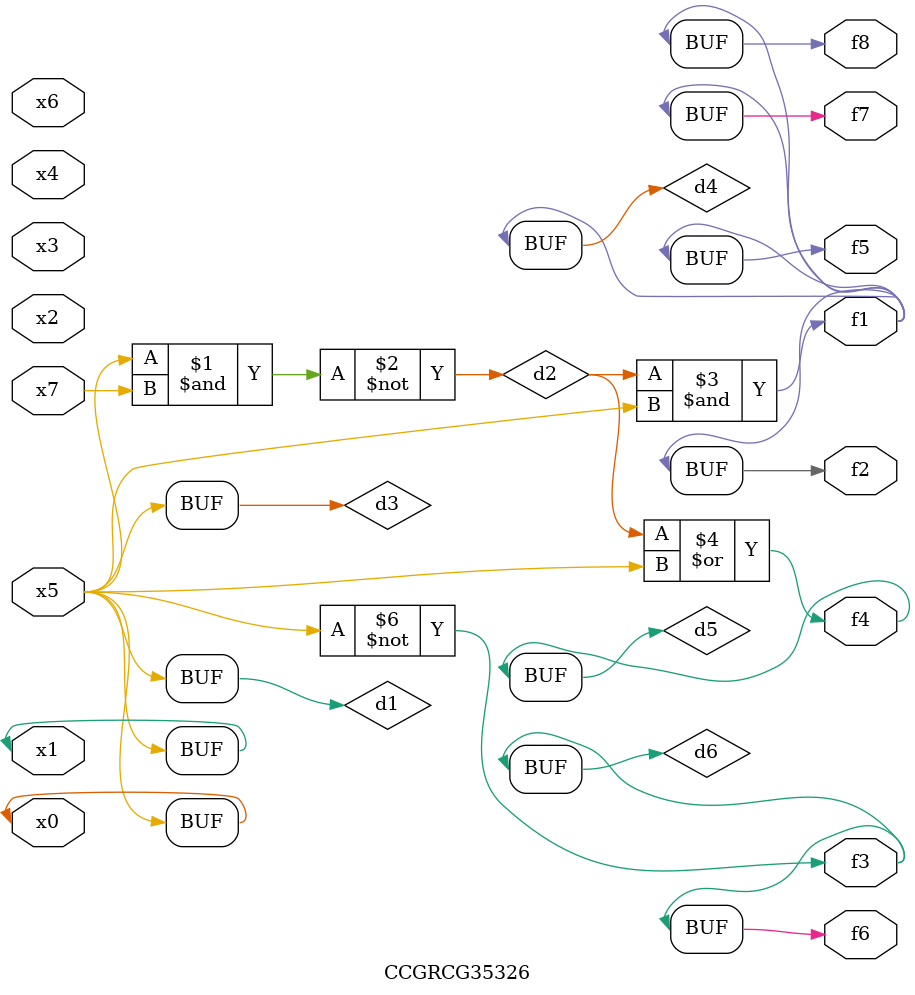
<source format=v>
module CCGRCG35326(
	input x0, x1, x2, x3, x4, x5, x6, x7,
	output f1, f2, f3, f4, f5, f6, f7, f8
);

	wire d1, d2, d3, d4, d5, d6;

	buf (d1, x0, x5);
	nand (d2, x5, x7);
	buf (d3, x0, x1);
	and (d4, d2, d3);
	or (d5, d2, d3);
	nor (d6, d1, d3);
	assign f1 = d4;
	assign f2 = d4;
	assign f3 = d6;
	assign f4 = d5;
	assign f5 = d4;
	assign f6 = d6;
	assign f7 = d4;
	assign f8 = d4;
endmodule

</source>
